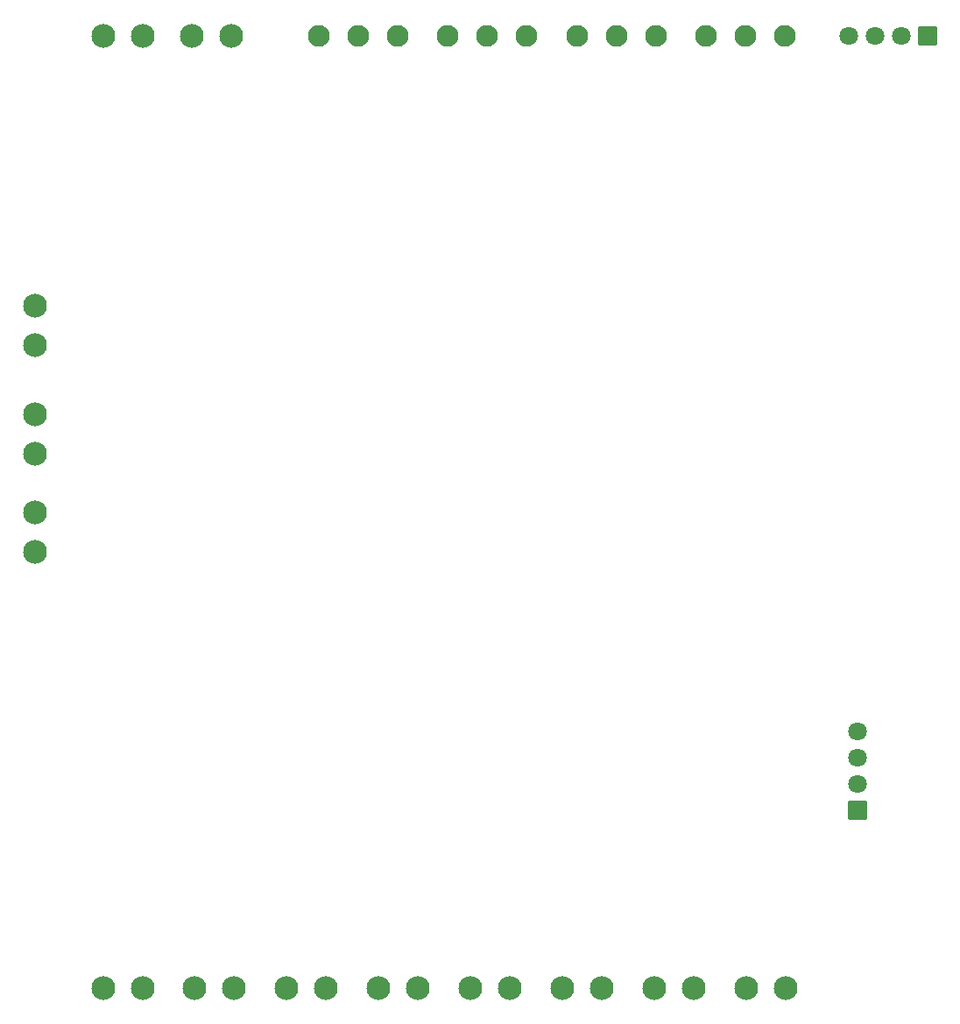
<source format=gbs>
G04 Layer: BottomSolderMaskLayer*
G04 EasyEDA Pro v2.2.40.8, 2025-08-06 11:59:20*
G04 Gerber Generator version 0.3*
G04 Scale: 100 percent, Rotated: No, Reflected: No*
G04 Dimensions in millimeters*
G04 Leading zeros omitted, absolute positions, 4 integers and 5 decimals*
G04 Generated by one-click*
%FSLAX45Y45*%
%MOMM*%
%AMRoundRect*1,1,$1,$2,$3*1,1,$1,$4,$5*1,1,$1,0-$2,0-$3*1,1,$1,0-$4,0-$5*20,1,$1,$2,$3,$4,$5,0*20,1,$1,$4,$5,0-$2,0-$3,0*20,1,$1,0-$2,0-$3,0-$4,0-$5,0*20,1,$1,0-$4,0-$5,$2,$3,0*4,1,4,$2,$3,$4,$5,0-$2,0-$3,0-$4,0-$5,$2,$3,0*%
%ADD10C,2.3016*%
%ADD11C,2.1016*%
%ADD12RoundRect,0.09618X-0.85271X0.85271X0.85271X0.85271*%
%ADD13C,1.8016*%
%ADD14RoundRect,0.09618X-0.85271X-0.85271X-0.85271X0.85271*%
%ADD15C,0.9444*%
G75*


G04 Pad Start*
G54D10*
G01X1064197Y-399999D03*
G01X1445197Y-399999D03*
G01X1914195Y-399999D03*
G01X2295195Y-399999D03*
G01X399999Y-3390494D03*
G01X399999Y-3009494D03*
G01X399999Y-5390490D03*
G01X399999Y-5009490D03*
G01X399999Y-4440491D03*
G01X399999Y-4059491D03*
G54D11*
G01X5153990Y-399999D03*
G01X4772990Y-399999D03*
G01X4391990Y-399999D03*
G01X6403988Y-399999D03*
G01X6022988Y-399999D03*
G01X5641988Y-399999D03*
G01X7653985Y-399999D03*
G01X7272985Y-399999D03*
G01X6891985Y-399999D03*
G54D12*
G01X9030983Y-399999D03*
G54D13*
G01X8776983Y-399999D03*
G01X8522983Y-399999D03*
G01X8268983Y-399999D03*
G54D14*
G01X8349983Y-7880985D03*
G54D13*
G01X8349983Y-7626985D03*
G01X8349983Y-7372985D03*
G01X8349983Y-7118985D03*
G54D11*
G01X3903993Y-399999D03*
G01X3522993Y-399999D03*
G01X3141993Y-399999D03*
G54D10*
G01X7657186Y-9599981D03*
G01X7276186Y-9599981D03*
G01X6769087Y-9599981D03*
G01X6388087Y-9599981D03*
G01X5880989Y-9599981D03*
G01X5499989Y-9599981D03*
G01X4992891Y-9599981D03*
G01X4611891Y-9599981D03*
G01X4104792Y-9599981D03*
G01X3723792Y-9599981D03*
G01X3216694Y-9599981D03*
G01X2835694Y-9599981D03*
G01X2328596Y-9599981D03*
G01X1947596Y-9599981D03*
G01X1440498Y-9599981D03*
G01X1059498Y-9599981D03*
G04 Pad End*

M02*


</source>
